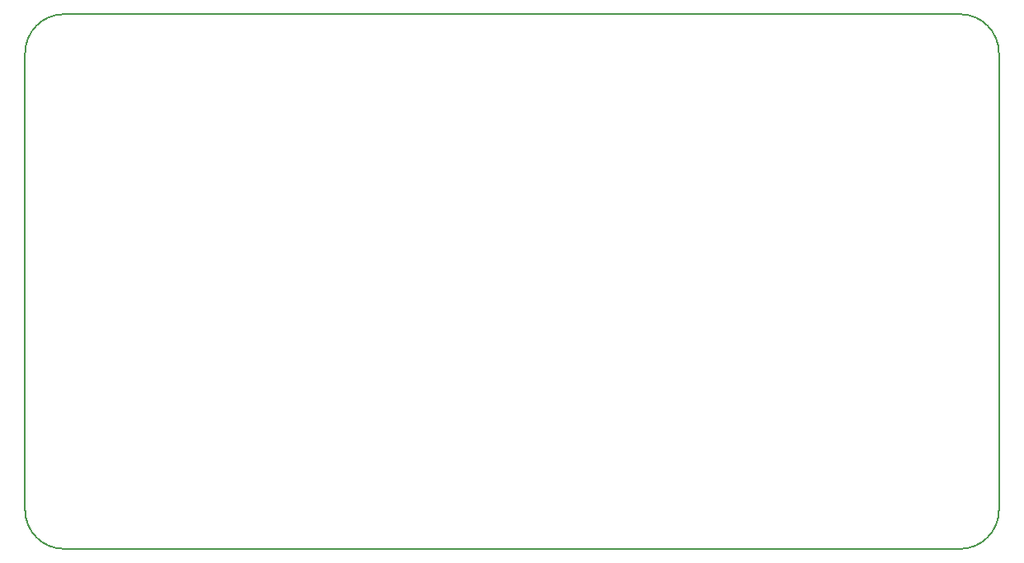
<source format=gm1>
G04 #@! TF.GenerationSoftware,KiCad,Pcbnew,5.0.2+dfsg1-1*
G04 #@! TF.CreationDate,2020-03-15T18:18:09-04:00*
G04 #@! TF.ProjectId,hx4k_pmod,6878346b-5f70-46d6-9f64-2e6b69636164,rev?*
G04 #@! TF.SameCoordinates,Original*
G04 #@! TF.FileFunction,Profile,NP*
%FSLAX46Y46*%
G04 Gerber Fmt 4.6, Leading zero omitted, Abs format (unit mm)*
G04 Created by KiCad (PCBNEW 5.0.2+dfsg1-1) date Sun 15 Mar 2020 06:18:10 PM EDT*
%MOMM*%
%LPD*%
G01*
G04 APERTURE LIST*
%ADD10C,0.150000*%
G04 APERTURE END LIST*
D10*
X23000000Y-34000000D02*
X23000000Y-81000000D01*
X119000000Y-30000000D02*
X27000000Y-30000000D01*
X123000000Y-81000000D02*
X123000000Y-34000000D01*
X27000000Y-85000000D02*
X119000000Y-85000000D01*
X27000000Y-85000000D02*
G75*
G02X23000000Y-81000000I0J4000000D01*
G01*
X23000000Y-34000000D02*
G75*
G02X27000000Y-30000000I4000000J0D01*
G01*
X119000000Y-30000000D02*
G75*
G02X123000000Y-34000000I0J-4000000D01*
G01*
X123000000Y-81000000D02*
G75*
G02X119000000Y-85000000I-4000000J0D01*
G01*
M02*

</source>
